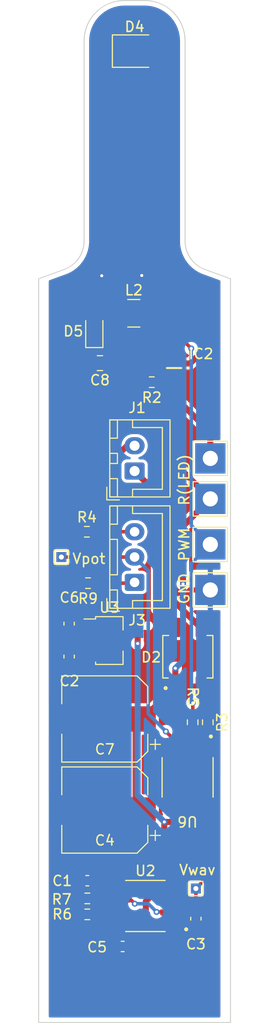
<source format=kicad_pcb>
(kicad_pcb (version 20221018) (generator pcbnew)
  (layers (0 "F.Cu" signal) (31 "B.Cu" signal) (34 "B.Paste" user) (35 "F.Paste" user) (36 "B.SilkS" user "B.Silkscreen") (37 "F.SilkS" user "F.Silkscreen") (38 "B.Mask" user) (39 "F.Mask" user) (44 "Edge.Cuts" user))
  (net 0 "")
  (net 1 "GND")
  (net 2 "Net-(U2-CONT)")
  (net 3 "VCC")
  (net 4 "Net-(U2-THRES)")
  (net 5 "+5V")
  (net 6 "Net-(J1-Pin_1)")
  (net 7 "Net-(J1-Pin_2)")
  (net 8 "PWM")
  (net 9 "Net-(U2-DISCH)")
  (net 14 "Net-(D5-A)")
  (net 16 "Net-(U6-1OUT)")
  (net 17 "Net-(J3-Pin_3)")
  (net 18 "Net-(J3-Pin_2)")
  (net 19 "Net-(J3-Pin_1)")
  (net 20 "Net-(D4-K)")
  (net 21 "Net-(D4-A)")
  (footprint "Capacitor_SMD:C_0603_1608Metric" (layer "F.Cu") (at 98.8204 142.482099 180)
    (fp_text reference "C5" (at 2.5348 -0.0676 unlocked) (layer "F.SilkS") (effects (font (thickness 0.16))))
    (fp_text value "100n")
    (fp_line (start -0.14058 -0.51) (end 0.14058 -0.51) (stroke (width 0.12)) (layer "F.SilkS"))
    (fp_line (start -0.14058 0.51) (end 0.14058 0.51) (stroke (width 0.12)) (layer "F.SilkS"))
    (pad "1" smd roundrect (at -0.775 0 180) (size 0.9 0.95) (layers "F.Cu" "F.Paste" "F.Mask") (net 5 "+5V"))
    (pad "2" smd roundrect (at 0.775 0 180) (size 0.9 0.95) (layers "F.Cu" "F.Paste" "F.Mask") (net 1 "GND"))
  )
  (footprint "TestPoint:TestPoint_THTPad_3.0x3.0mm_Drill1.5mm" (layer "F.Cu") (at 107.5 94.25)
    (fp_text reference "TP5" hide)
    (fp_text value "TestPoint")
    (fp_line (start -1.7 -1.7) (end 1.7 -1.7) (stroke (width 0.12)) (layer "F.SilkS"))
    (fp_line (start -1.7 1.7) (end -1.7 -1.7) (stroke (width 0.12)) (layer "F.SilkS"))
    (fp_line (start 1.7 -1.7) (end 1.7 1.7) (stroke (width 0.12)) (layer "F.SilkS"))
    (fp_line (start 1.7 1.7) (end -1.7 1.7) (stroke (width 0.12)) (layer "F.SilkS"))
    (pad "1" thru_hole rect (at 0 0) (size 3 3) (drill 1.5) (layers "*.Cu" "*.Mask") (net 21 "Net-(D4-A)"))
  )
  (footprint "Resistor_SMD:R_0603_1608Metric" (layer "F.Cu") (at 107.25 120.325 -90)
    (fp_text reference "R3" (at 0 -1.43 90) (layer "F.SilkS"))
    (fp_text value "1k")
    (fp_line (start -0.237258 -0.5225) (end 0.237258 -0.5225) (stroke (width 0.12)) (layer "F.SilkS"))
    (fp_line (start -0.237258 0.5225) (end 0.237258 0.5225) (stroke (width 0.12)) (layer "F.SilkS"))
    (pad "1" smd roundrect (at -0.825 0 270) (size 0.8 0.95) (layers "F.Cu" "F.Paste" "F.Mask") (net 8 "PWM"))
    (pad "2" smd roundrect (at 0.825 0 270) (size 0.8 0.95) (layers "F.Cu" "F.Paste" "F.Mask") (net 16 "Net-(U6-1OUT)"))
  )
  (footprint "TestPoint:TestPoint_THTPad_3.0x3.0mm_Drill1.5mm" (layer "F.Cu") (at 107.5 102.75)
    (fp_text reference "TP3" hide)
    (fp_text value "TestPoint")
    (fp_line (start -1.7 -1.7) (end 1.7 -1.7) (stroke (width 0.12)) (layer "F.SilkS"))
    (fp_line (start -1.7 1.7) (end -1.7 -1.7) (stroke (width 0.12)) (layer "F.SilkS"))
    (fp_line (start 1.7 -1.7) (end 1.7 1.7) (stroke (width 0.12)) (layer "F.SilkS"))
    (fp_line (start 1.7 1.7) (end -1.7 1.7) (stroke (width 0.12)) (layer "F.SilkS"))
    (pad "1" thru_hole rect (at 0 0) (size 3 3) (drill 1.5) (layers "*.Cu" "*.Mask") (net 8 "PWM"))
  )
  (footprint "Resistor_SMD:R_0603_1608Metric" (layer "F.Cu") (at 95.2764 101.4984)
    (fp_text reference "R4" (at 0 -1.43 unlocked) (layer "F.SilkS") (effects (font (thickness 0.16))))
    (fp_text value "22k")
    (fp_line (start -0.237258 -0.5225) (end 0.237258 -0.5225) (stroke (width 0.12)) (layer "F.SilkS"))
    (fp_line (start -0.237258 0.5225) (end 0.237258 0.5225) (stroke (width 0.12)) (layer "F.SilkS"))
    (pad "1" smd roundrect (at -0.825 0) (size 0.8 0.95) (layers "F.Cu" "F.Paste" "F.Mask") (net 5 "+5V"))
    (pad "2" smd roundrect (at 0.825 0) (size 0.8 0.95) (layers "F.Cu" "F.Paste" "F.Mask") (net 17 "Net-(J3-Pin_3)"))
  )
  (footprint "Resistor_SMD:R_0603_1608Metric" (layer "F.Cu") (at 95.3204 137.732099)
    (fp_text reference "R7" (at -2.54 0.0932 unlocked) (layer "F.SilkS") (effects (font (thickness 0.16))))
    (fp_text value "20k")
    (fp_line (start -0.237258 -0.5225) (end 0.237258 -0.5225) (stroke (width 0.12)) (layer "F.SilkS"))
    (fp_line (start -0.237258 0.5225) (end 0.237258 0.5225) (stroke (width 0.12)) (layer "F.SilkS"))
    (pad "1" smd roundrect (at -0.825 0) (size 0.8 0.95) (layers "F.Cu" "F.Paste" "F.Mask") (net 9 "Net-(U2-DISCH)"))
    (pad "2" smd roundrect (at 0.825 0) (size 0.8 0.95) (layers "F.Cu" "F.Paste" "F.Mask") (net 4 "Net-(U2-THRES)"))
  )
  (footprint "Connector_JST:JST_XH_B2B-XH-A_1x02_P2.50mm_Vertical" (layer "F.Cu") (at 100 95.5 90)
    (fp_text reference "J1" (at 6.25 0.25 unlocked) (layer "F.SilkS") (effects (font (thickness 0.16))))
    (fp_text value "Conn_01x02_Socket")
    (fp_line (start -2.85 -2.75) (end -2.85 -1.5) (stroke (width 0.12)) (layer "F.SilkS"))
    (fp_line (start -2.56 -2.46) (end -2.56 3.51) (stroke (width 0.12)) (layer "F.SilkS"))
    (fp_line (start -2.56 3.51) (end 5.06 3.51) (stroke (width 0.12)) (layer "F.SilkS"))
    (fp_line (start -2.55 -2.45) (end -2.55 -1.7) (stroke (width 0.12)) (layer "F.SilkS"))
    (fp_line (start -2.55 -1.7) (end -0.75 -1.7) (stroke (width 0.12)) (layer "F.SilkS"))
    (fp_line (start -2.55 -0.2) (end -1.8 -0.2) (stroke (width 0.12)) (layer "F.SilkS"))
    (fp_line (start -1.8 -0.2) (end -1.8 2.75) (stroke (width 0.12)) (layer "F.SilkS"))
    (fp_line (start -1.8 2.75) (end 1.25 2.75) (stroke (width 0.12)) (layer "F.SilkS"))
    (fp_line (start -1.6 -2.75) (end -2.85 -2.75) (stroke (width 0.12)) (layer "F.SilkS"))
    (fp_line (start -0.75 -2.45) (end -2.55 -2.45) (stroke (width 0.12)) (layer "F.SilkS"))
    (fp_line (start -0.75 -1.7) (end -0.75 -2.45) (stroke (width 0.12)) (layer "F.SilkS"))
    (fp_line (start 0.75 -2.45) (end 0.75 -1.7) (stroke (width 0.12)) (layer "F.SilkS"))
    (fp_line (start 0.75 -1.7) (end 1.75 -1.7) (stroke (width 0.12)) (layer "F.SilkS"))
    (fp_line (start 1.75 -2.45) (end 0.75 -2.45) (stroke (width 0.12)) (layer "F.SilkS"))
    (fp_line (start 1.75 -1.7) (end 1.75 -2.45) (stroke (width 0.12)) (layer "F.SilkS"))
    (fp_line (start 3.25 -2.45) (end 3.25 -1.7) (stroke (width 0.12)) (layer "F.SilkS"))
    (fp_line (start 3.25 -1.7) (end 5.05 -1.7) (stroke (width 0.12)) (layer "F.SilkS"))
    (fp_line (start 4.3 -0.2) (end 4.3 2.75) (stroke (width 0.12)) (layer "F.SilkS"))
    (fp_line (start 4.3 2.75) (end 1.25 2.75) (stroke (width 0.12)) (layer "F.SilkS"))
    (fp_line (start 5.05 -2.45) (end 3.25 -2.45) (stroke (width 0.12)) (layer "F.SilkS"))
    (fp_line (start 5.05 -1.7) (end 5.05 -2.45) (stroke (width 0.12)) (layer "F.SilkS"))
    (fp_line (start 5.05 -0.2) (end 4.3 -0.2) (stroke (width 0.12)) (layer "F.SilkS"))
    (fp_line (start 5.06 -2.46) (end -2.56 -2.46) (stroke (width 0.12)) (layer "F.SilkS"))
    (fp_line (start 5.06 3.51) (end 5.06 -2.46) (stroke (width 0.12)) (layer "F.SilkS"))
    (pad "1" thru_hole roundrect (at 0 0 90) (size 1.7 2) (drill 1) (layers "*.Cu" "*.Mask") (roundrect_rratio 0.147059) (net 6 "Net-(J1-Pin_1)"))
    (pad "2" thru_hole oval (at 2.5 0 90) (size 1.7 2) (drill 1) (layers "*.Cu" "*.Mask") (net 7 "Net-(J1-Pin_2)"))
  )
  (footprint "Diode_SMD:D_SOD-323" (layer "F.Cu") (at 96.012 81.6864 90)
    (fp_text reference "D5" (at 0 -2.0828 unlocked) (layer "F.SilkS") (effects (font (thickness 0.16))))
    (fp_text value "D")
    (fp_line (start -1.61 -0.85) (end -1.61 0.85) (stroke (width 0.12)) (layer "F.SilkS"))
    (fp_line (start -1.61 -0.85) (end 1.05 -0.85) (stroke (width 0.12)) (layer "F.SilkS"))
    (fp_line (start -1.61 0.85) (end 1.05 0.85) (stroke (width 0.12)) (layer "F.SilkS"))
    (pad "1" smd roundrect (at -1.05 0 90) (size 0.6 0.45) (layers "F.Cu" "F.Paste" "F.Mask") (net 3 "VCC"))
    (pad "2" smd roundrect (at 1.05 0 90) (size 0.6 0.45) (layers "F.Cu" "F.Paste" "F.Mask") (net 14 "Net-(D5-A)"))
  )
  (footprint "KiCad:SOP65P490X110-9N" (layer "F.Cu") (at 101.7016 83.7692 180)
    (fp_text reference "IC2" (at -4.8768 -0.1524 unlocked) (layer "F.SilkS") (effects (font (thickness 0.16))))
    (fp_text value "AL8860QMP-13" hide)
    (fp_line (start -2.925 -1.55) (end -1.5 -1.55) (stroke (width 0.2)) (layer "F.SilkS"))
    (pad "1" smd rect (at -2.212 -0.975 270) (size 0.45 1.425) (layers "F.Cu" "F.Paste" "F.Mask") (net 21 "Net-(D4-A)"))
    (pad "2" smd rect (at -2.212 -0.325 270) (size 0.45 1.425) (layers "F.Cu" "F.Paste" "F.Mask") (net 1 "GND"))
    (pad "3" smd rect (at -2.212 0.325 270) (size 0.45 1.425) (layers "F.Cu" "F.Paste" "F.Mask") (net 1 "GND"))
    (pad "4" smd rect (at -2.212 0.975 270) (size 0.45 1.425) (layers "F.Cu" "F.Paste" "F.Mask") (net 8 "PWM"))
    (pad "5" smd rect (at 2.212 0.975 270) (size 0.45 1.425) (layers "F.Cu" "F.Paste" "F.Mask") (net 14 "Net-(D5-A)"))
    (pad "6" smd rect (at 2.212 0.325 270) (size 0.45 1.425) (layers "F.Cu" "F.Paste" "F.Mask") (net 14 "Net-(D5-A)"))
    (pad "7" smd rect (at 2.212 -0.325 270) (size 0.45 1.425) (layers "F.Cu" "F.Paste" "F.Mask"))
    (pad "8" smd rect (at 2.212 -0.975 270) (size 0.45 1.425) (layers "F.Cu" "F.Paste" "F.Mask") (net 3 "VCC"))
    (pad "9" smd rect (at 0 0 180) (size 1.7 2) (layers "F.Cu" "F.Paste" "F.Mask") (net 1 "GND"))
  )
  (footprint "Capacitor_SMD:C_0603_1608Metric" (layer "F.Cu") (at 93.5182 110.5814 -90)
    (fp_text reference "C6" (at -2.5814 -0.0318 unlocked) (layer "F.SilkS") (effects (font (thickness 0.16))))
    (fp_text value "100n")
    (fp_line (start -0.14058 -0.51) (end 0.14058 -0.51) (stroke (width 0.12)) (layer "F.SilkS"))
    (fp_line (start -0.14058 0.51) (end 0.14058 0.51) (stroke (width 0.12)) (layer "F.SilkS"))
    (pad "1" smd roundrect (at -0.775 0 270) (size 0.9 0.95) (layers "F.Cu" "F.Paste" "F.Mask") (net 5 "+5V"))
    (pad "2" smd roundrect (at 0.775 0 270) (size 0.9 0.95) (layers "F.Cu" "F.Paste" "F.Mask") (net 1 "GND"))
  )
  (footprint "Resistor_SMD:R_0603_1608Metric" (layer "F.Cu") (at 105.75 120.325 90)
    (fp_text reference "R5" (at 2.5266 0.0146 -90 unlocked) (layer "F.SilkS") (effects (font (thickness 0.16))))
    (fp_text value "10k")
    (fp_line (start -0.237258 -0.5225) (end 0.237258 -0.5225) (stroke (width 0.12)) (layer "F.SilkS"))
    (fp_line (start -0.237258 0.5225) (end 0.237258 0.5225) (stroke (width 0.12)) (layer "F.SilkS"))
    (pad "1" smd roundrect (at -0.825 0 90) (size 0.8 0.95) (layers "F.Cu" "F.Paste" "F.Mask") (net 1 "GND"))
    (pad "2" smd roundrect (at 0.825 0 90) (size 0.8 0.95) (layers "F.Cu" "F.Paste" "F.Mask") (net 8 "PWM"))
  )
  (footprint "Capacitor_SMD:C_0603_1608Metric" (layer "F.Cu") (at 93.5182 113.8314 90)
    (fp_text reference "C2" (at -2.4186 0.0318 unlocked) (layer "F.SilkS") (effects (font (thickness 0.16))))
    (fp_text value "470n")
    (fp_line (start -0.14058 -0.51) (end 0.14058 -0.51) (stroke (width 0.12)) (layer "F.SilkS"))
    (fp_line (start -0.14058 0.51) (end 0.14058 0.51) (stroke (width 0.12)) (layer "F.SilkS"))
    (pad "1" smd roundrect (at -0.775 0 90) (size 0.9 0.95) (layers "F.Cu" "F.Paste" "F.Mask") (net 3 "VCC"))
    (pad "2" smd roundrect (at 0.775 0 90) (size 0.9 0.95) (layers "F.Cu" "F.Paste" "F.Mask") (net 1 "GND"))
  )
  (footprint "Resistor_SMD:R_0603_1608Metric" (layer "F.Cu") (at 95.3902 106.5784 180)
    (fp_text reference "R9" (at 0 -1.524 unlocked) (layer "F.SilkS") (effects (font (thickness 0.16))))
    (fp_text value "22k")
    (fp_line (start -0.237258 -0.5225) (end 0.237258 -0.5225) (stroke (width 0.12)) (layer "F.SilkS"))
    (fp_line (start -0.237258 0.5225) (end 0.237258 0.5225) (stroke (width 0.12)) (layer "F.SilkS"))
    (pad "1" smd roundrect (at -0.825 0 180) (size 0.8 0.95) (layers "F.Cu" "F.Paste" "F.Mask") (net 19 "Net-(J3-Pin_1)"))
    (pad "2" smd roundrect (at 0.825 0 180) (size 0.8 0.95) (layers "F.Cu" "F.Paste" "F.Mask") (net 1 "GND"))
  )
  (footprint "LM358DR:SOIC127P599X175-8N" (layer "F.Cu") (at 105.25 125.77 -90)
    (fp_text reference "U6" (at 4.358 0.0106 -180 unlocked) (layer "F.SilkS") (effects (font (thickness 0.16))))
    (fp_text value "LM358DR")
    (fp_line (start -1.95 -2.525) (end 1.95 -2.525) (stroke (width 0.127)) (layer "F.SilkS"))
    (fp_line (start -1.95 2.525) (end 1.95 2.525) (stroke (width 0.127)) (layer "F.SilkS"))
    (fp_circle (center -4.04 -2.305) (end -3.94 -2.305) (stroke (width 0.2)) (fill none) (layer "F.SilkS"))
    (pad "1" smd roundrect (at -2.47 -1.905 270) (size 1.97 0.6) (layers "F.Cu" "F.Paste" "F.Mask") (roundrect_rratio 0.07) (net 16 "Net-(U6-1OUT)"))
    (pad "2" smd roundrect (at -2.47 -0.635 270) (size 1.97 0.6) (layers "F.Cu" "F.Paste" "F.Mask") (roundrect_rratio 0.07) (net 4 "Net-(U2-THRES)"))
    (pad "3" smd roundrect (at -2.47 0.635 270) (size 1.97 0.6) (layers "F.Cu" "F.Paste" "F.Mask") (roundrect_rratio 0.07) (net 18 "Net-(J3-Pin_2)"))
    (pad "4" smd roundrect (at -2.47 1.905 270) (size 1.97 0.6) (layers "F.Cu" "F.Paste" "F.Mask") (roundrect_rratio 0.07) (net 1 "GND"))
    (pad "5" smd roundrect (at 2.47 1.905 270) (size 1.97 0.6) (layers "F.Cu" "F.Paste" "F.Mask") (roundrect_rratio 0.07))
    (pad "6" smd roundrect (at 2.47 0.635 270) (size 1.97 0.6) (layers "F.Cu" "F.Paste" "F.Mask") (roundrect_rratio 0.07))
    (pad "7" smd roundrect (at 2.47 -0.635 270) (size 1.97 0.6) (layers "F.Cu" "F.Paste" "F.Mask") (roundrect_rratio 0.07))
    (pad "8" smd roundrect (at 2.47 -1.905 270) (size 1.97 0.6) (layers "F.Cu" "F.Paste" "F.Mask") (roundrect_rratio 0.07) (net 5 "+5V"))
  )
  (footprint "Resistor_SMD:R_0603_1608Metric" (layer "F.Cu") (at 95.3204 139.310499)
    (fp_text reference "R6" (at -2.4892 -0.012 unlocked) (layer "F.SilkS") (effects (font (thickness 0.16))))
    (fp_text value "20k")
    (fp_line (start -0.237258 -0.5225) (end 0.237258 -0.5225) (stroke (width 0.12)) (layer "F.SilkS"))
    (fp_line (start -0.237258 0.5225) (end 0.237258 0.5225) (stroke (width 0.12)) (layer "F.SilkS"))
    (pad "1" smd roundrect (at -0.825 0) (size 0.8 0.95) (layers "F.Cu" "F.Paste" "F.Mask") (net 5 "+5V"))
    (pad "2" smd roundrect (at 0.825 0) (size 0.8 0.95) (layers "F.Cu" "F.Paste" "F.Mask") (net 9 "Net-(U2-DISCH)"))
  )
  (footprint "NE555DR:SOIC127P599X175-8N" (layer "F.Cu") (at 101.0704 138.482099 180)
    (fp_text reference "U2" (at 0 3.475 unlocked) (layer "F.SilkS") (effects (font (thickness 0.16))))
    (fp_text value "NE555DR")
    (fp_line (start -1.95 -2.525) (end 1.95 -2.525) (stroke (width 0.127)) (layer "F.SilkS"))
    (fp_line (start -1.95 2.525) (end 1.95 2.525) (stroke (width 0.127)) (layer "F.SilkS"))
    (fp_circle (center -4.04 -2.305) (end -3.94 -2.305) (stroke (width 0.2)) (fill none) (layer "F.SilkS"))
    (pad "1" smd roundrect (at -2.47 -1.905 180) (size 1.97 0.6) (layers "F.Cu" "F.Paste" "F.Mask") (roundrect_rratio 0.07) (net 1 "GND"))
    (pad "2" smd roundrect (at -2.47 -0.635 180) (size 1.97 0.6) (layers "F.Cu" "F.Paste" "F.Mask") (roundrect_rratio 0.07) (net 4 "Net-(U2-THRES)"))
    (pad "3" smd roundrect (at -2.47 0.635 180) (size 1.97 0.6) (layers "F.Cu" "F.Paste" "F.Mask") (roundrect_rratio 0.07))
    (pad "4" smd roundrect (at -2.47 1.905 180) (size 1.97 0.6) (layers "F.Cu" "F.Paste" "F.Mask") (roundrect_rratio 0.07) (net 5 "+5V"))
    (pad "5" smd roundrect (at 2.47 1.905 180) (size 1.97 0.6) (layers "F.Cu" "F.Paste" "F.Mask") (roundrect_rratio 0.07) (net 2 "Net-(U2-CONT)"))
    (pad "6" smd roundrect (at 2.47 0.635 180) (size 1.97 0.6) (layers "F.Cu" "F.Paste" "F.Mask") (roundrect_rratio 0.07) (net 4 "Net-(U2-THRES)"))
    (pad "7" smd roundrect (at 2.47 -0.635 180) (size 1.97 0.6) (layers "F.Cu" "F.Paste" "F.Mask") (roundrect_rratio 0.07) (net 9 "Net-(U2-DISCH)"))
    (pad "8" smd roundrect (at 2.47 -1.905 180) (size 1.97 0.6) (layers "F.Cu" "F.Paste" "F.Mask") (roundrect_rratio 0.07) (net 5 "+5V"))
  )
  (footprint "TestPoint:TestPoint_THTPad_1.0x1.0mm_Drill0.5mm" (layer "F.Cu") (at 106.0704 136.757099)
    (fp_text reference "TP2" hide)
    (fp_text value "TestPoint_Probe")
    (fp_line (start -0.7 -0.7) (end 0.7 -0.7) (stroke (width 0.12)) (layer "F.SilkS"))
    (fp_line (start -0.7 0.7) (end -0.7 -0.7) (stroke (width 0.12)) (layer "F.SilkS"))
    (fp_line (start 0.7 -0.7) (end 0.7 0.7) (stroke (width 0.12)) (layer "F.SilkS"))
    (fp_line (start 0.7 0.7) (end -0.7 0.7) (stroke (width 0.12)) (layer "F.SilkS"))
    (pad "1" thru_hole rect (at 0 0) (size 1 1) (drill 0.5) (layers "*.Cu" "*.Mask") (net 4 "Net-(U2-THRES)"))
  )
  (footprint "Capacitor_SMD:C_0603_1608Metric" (layer "F.Cu") (at 95.3204 135.982099)
    (fp_text reference "C1" (at -2.4892 0.0144 unlocked) (layer "F.SilkS") (effects (font (thickness 0.16))))
    (fp_text value "10n")
    (fp_line (start -0.14058 -0.51) (end 0.14058 -0.51) (stroke (width 0.12)) (layer "F.SilkS"))
    (fp_line (start -0.14058 0.51) (end 0.14058 0.51) (stroke (width 0.12)) (layer "F.SilkS"))
    (pad "1" smd roundrect (at -0.775 0) (size 0.9 0.95) (layers "F.Cu" "F.Paste" "F.Mask") (net 1 "GND"))
    (pad "2" smd roundrect (at 0.775 0) (size 0.9 0.95) (layers "F.Cu" "F.Paste" "F.Mask") (net 2 "Net-(U2-CONT)"))
  )
  (footprint "Capacitor_SMD:C_0603_1608Metric" (layer "F.Cu") (at 106.0704 139.732099 -90)
    (fp_text reference "C3" (at 2.525 0 unlocked) (layer "F.SilkS") (effects (font (thickness 0.16))))
    (fp_text value "100n")
    (fp_line (start -0.14058 -0.51) (end 0.14058 -0.51) (stroke (width 0.12)) (layer "F.SilkS"))
    (fp_line (start -0.14058 0.51) (end 0.14058 0.51) (stroke (width 0.12)) (layer "F.SilkS"))
    (pad "1" smd roundrect (at -0.775 0 270) (size 0.9 0.95) (layers "F.Cu" "F.Paste" "F.Mask") (net 4 "Net-(U2-THRES)"))
    (pad "2" smd roundrect (at 0.775 0 270) (size 0.9 0.95) (layers "F.Cu" "F.Paste" "F.Mask") (net 1 "GND"))
  )
  (footprint "TestPoint:TestPoint_THTPad_3.0x3.0mm_Drill1.5mm" (layer "F.Cu") (at 107.5 107.25)
    (fp_text reference "TP4" hide)
    (fp_text value "TestPoint")
    (fp_line (start -1.7 -1.7) (end 1.7 -1.7) (stroke (width 0.12)) (layer "F.SilkS"))
    (fp_line (start -1.7 1.7) (end -1.7 -1.7) (stroke (width 0.12)) (layer "F.SilkS"))
    (fp_line (start 1.7 -1.7) (end 1.7 1.7) (stroke (width 0.12)) (layer "F.SilkS"))
    (fp_line (start 1.7 1.7) (end -1.7 1.7) (stroke (width 0.12)) (layer "F.SilkS"))
    (pad "1" thru_hole rect (at 0 0) (size 3 3) (drill 1.5) (layers "*.Cu" "*.Mask") (net 1 "GND"))
  )
  (footprint "TestPoint:TestPoint_THTPad_1.0x1.0mm_Drill0.5mm" (layer "F.Cu") (at 92.75 104)
    (fp_text reference "TP1" hide)
    (fp_text value "TestPoint_Probe")
    (fp_line (start -0.7 -0.7) (end 0.7 -0.7) (stroke (width 0.12)) (layer "F.SilkS"))
    (fp_line (start -0.7 0.7) (end -0.7 -0.7) (stroke (width 0.12)) (layer "F.SilkS"))
    (fp_line (start 0.7 -0.7) (end 0.7 0.7) (stroke (width 0.12)) (layer "F.SilkS"))
    (fp_line (start 0.7 0.7) (end -0.7 0.7) (stroke (width 0.12)) (layer "F.SilkS"))
    (pad "1" thru_hole rect (at 0 0) (size 1 1) (drill 0.5) (layers "*.Cu" "*.Mask") (net 18 "Net-(J3-Pin_2)"))
  )
  (footprint "LED_SMD:LED_PLCC_2835" (layer "F.Cu") (at 100 54)
    (fp_text reference "D4" (at 0 -2.4 unlocked) (layer "F.SilkS") (effects (font (thickness 0.16))))
    (fp_text value "LED")
    (fp_line (start -2.2 -1.6) (end -2.2 1.6) (stroke (width 0.12)) (layer "F.SilkS"))
    (fp_line (start 1.4 -1.6) (end -2.2 -1.6) (stroke (width 0.12)) (layer "F.SilkS"))
    (fp_line (start 1.4 1.6) (end -2.2 1.6) (stroke (width 0.12)) (layer "F.SilkS"))
    (pad "1" smd rect (at -0.9 0) (size 2.2 2.2) (layers "F.Cu" "F.Paste" "F.Mask") (net 20 "Net-(D4-K)"))
    (pad "2" smd rect (at 1.375 0) (size 1.25 2.2) (layers "F.Cu" "F.Paste" "F.Mask") (net 21 "Net-(D4-A)"))
  )
  (footprint "Capacitor_SMD:CP_Elec_8x6.5" (layer "F.Cu") (at 97.05 129 180)
    (fp_text reference "C4" (at 0 -3) (layer "F.SilkS"))
    (fp_text value "220u")
    (fp_line (start -5.5 -2.51) (end -4.5 -2.51) (stroke (width 0.12)) (layer "F.SilkS"))
    (fp_line (start -5 -3.01) (end -5 -2.01) (stroke (width 0.12)) (layer "F.SilkS"))
    (fp_line (start -4.26 -3.195563) (end -4.26 -1.51) (stroke (width 0.12)) (layer "F.SilkS"))
    (fp_line (start -4.26 -3.195563) (end -3.195563 -4.26) (stroke (width 0.12)) (layer "F.SilkS"))
    (fp_line (start -4.26 3.195563) (end -4.26 1.51) (stroke (width 0.12)) (layer "F.SilkS"))
    (fp_line (start -4.26 3.195563) (end -3.195563 4.26) (stroke (width 0.12)) (layer "F.SilkS"))
    (fp_line (start -3.195563 -4.26) (end 4.26 -4.26) (stroke (width 0.12)) (layer "F.SilkS"))
    (fp_line (start -3.195563 4.26) (end 4.26 4.26) (stroke (width 0.12)) (layer "F.SilkS"))
    (fp_line (start 4.26 -4.26) (end 4.26 -1.51) (stroke (width 0.12)) (layer "F.SilkS"))
    (fp_line (start 4.26 4.26) (end 4.26 1.51) (stroke (width 0.12)) (layer "F.SilkS"))
    (pad "1" smd roundrect (at -3.05 0 180) (size 4 2.5) (layers "F.Cu" "F.Paste" "F.Mask") (roundrect_rratio 0.1) (net 3 "VCC"))
    (pad "2" smd roundrect (at 3.05 0 180) (size 4 2.5) (layers "F.Cu" "F.Paste" "F.Mask") (roundrect_rratio 0.1) (net 1 "GND"))
  )
  (footprint "Connector_JST:JST_XH_B3B-XH-A_1x03_P2.50mm_Vertical" (layer "F.Cu") (at 100 106.5 90)
    (fp_text reference "J3" (at -3.75 0.25 unlocked) (layer "F.SilkS") (effects (font (thickness 0.16))))
    (fp_text value "Conn_01x03_Socket")
    (fp_line (start -2.85 -2.75) (end -2.85 -1.5) (stroke (width 0.12)) (layer "F.SilkS"))
    (fp_line (start -2.56 -2.46) (end -2.56 3.51) (stroke (width 0.12)) (layer "F.SilkS"))
    (fp_line (start -2.56 3.51) (end 7.56 3.51) (stroke (width 0.12)) (layer "F.SilkS"))
    (fp_line (start -2.55 -2.45) (end -2.55 -1.7) (stroke (width 0.12)) (layer "F.SilkS"))
    (fp_line (start -2.55 -1.7) (end -0.75 -1.7) (stroke (width 0.12)) (layer "F.SilkS"))
    (fp_line (start -2.55 -0.2) (end -1.8 -0.2) (stroke (width 0.12)) (layer "F.SilkS"))
    (fp_line (start -1.8 -0.2) (end -1.8 2.75) (stroke (width 0.12)) (layer "F.SilkS"))
    (fp_line (start -1.8 2.75) (end 2.5 2.75) (stroke (width 0.12)) (layer "F.SilkS"))
    (fp_line (start -1.6 -2.75) (end -2.85 -2.75) (stroke (width 0.12)) (layer "F.SilkS"))
    (fp_line (start -0.75 -2.45) (end -2.55 -2.45) (stroke (width 0.12)) (layer "F.SilkS"))
    (fp_line (start -0.75 -1.7) (end -0.75 -2.45) (stroke (width 0.12)) (layer "F.SilkS"))
    (fp_line (start 0.75 -2.45) (end 0.75 -1.7) (stroke (width 0.12)) (layer "F.SilkS"))
    (fp_line (start 0.75 -1.7) (end 4.25 -1.7) (stroke (width 0.12)) (layer "F.SilkS"))
    (fp_line (start 4.25 -2.45) (end 0.75 -2.45) (stroke (width 0.12)) (layer "F.SilkS"))
    (fp_line (start 4.25 -1.7) (end 4.25 -2.45) (stroke (width 0.12)) (layer "F.SilkS"))
    (fp_line (start 5.75 -2.45) (end 5.75 -1.7) (stroke (width 0.12)) (layer "F.SilkS"))
    (fp_line (start 5.75 -1.7) (end 7.55 -1.7) (stroke (width 0.12)) (layer "F.SilkS"))
    (fp_line (start 6.8 -0.2) (end 6.8 2.75) (stroke (width 0.12)) (layer "F.SilkS"))
    (fp_line (start 6.8 2.75) (end 2.5 2.75) (stroke (width 0.12)) (layer "F.SilkS"))
    (fp_line (start 7.55 -2.45) (end 5.75 -2.45) (stroke (width 0.12)) (layer "F.SilkS"))
    (fp_line (start 7.55 -1.7) (end 7.55 -2.45) (stroke (width 0.12)) (layer "F.SilkS"))
    (fp_line (start 7.55 -0.2) (end 6.8 -0.2) (stroke (width 0.12)) (layer "F.SilkS"))
    (fp_line (start 7.56 -2.46) (end -2.56 -2.46) (stroke (width 0.12)) (layer "F.SilkS"))
    (fp_line (start 7.56 3.51) (end 7.56 -2.46) (stroke (width 0.12)) (layer "F.SilkS"))
    (pad "1" thru_hole roundrect (at 0 0 90) (size 1.7 1.95) (drill 0.95) (layers "*.Cu" "*.Mask") (roundrect_rratio 0.147059) (net 19 "Net-(J3-Pin_1)"))
    (pad "2" thru_hole oval (at 2.5 0 90) (size 1.7 1.95) (drill 0.95) (layers "*.Cu" "*.Mask") (net 18 "Net-(J3-Pin_2)"))
    (pad "3" thru_hole oval (at 5 0 90) (size 1.7 1.95) (drill 0.95) (layers "*.Cu" "*.Mask") (net 17 "Net-(J3-Pin_3)"))
  )
  (footprint "Resistor_SMD:R_0603_1608Metric" (layer "F.Cu") (at 101.7016 86.7156)
    (fp_text reference "R2" (at 0 1.524 unlocked) (layer "F.SilkS") (effects (font (thickness 0.16))))
    (fp_text value "1.2")
    (fp_line (start -0.237258 -0.5225) (end 0.237258 -0.5225) (stroke (width 0.12)) (layer "F.SilkS"))
    (fp_line (start -0.237258 0.5225) (end 0.237258 0.5225) (stroke (width 0.12)) (layer "F.SilkS"))
    (pad "1" smd roundrect (at -0.825 0) (size 0.8 0.95) (layers "F.Cu" "F.Paste" "F.Mask") (net 3 "VCC"))
    (pad "2" smd roundrect (at 0.825 0) (size 0.8 0.95) (layers "F.Cu" "F.Paste" "F.Mask") (net 21 "Net-(D4-A)"))
  )
  (footprint "Capacitor_SMD:CP_Elec_8x6.5" (layer "F.Cu") (at 97.05 120 180)
    (fp_text reference "C7" (at 0 -3) (layer "F.SilkS"))
    (fp_text value "220u")
    (fp_line (start -5.5 -2.51) (end -4.5 -2.51) (stroke (width 0.12)) (layer "F.SilkS"))
    (fp_line (start -5 -3.01) (end -5 -2.01) (stroke (width 0.12)) (layer "F.SilkS"))
    (fp_line (start -4.26 -3.195563) (end -4.26 -1.51) (stroke (width 0.12)) (layer "F.SilkS"))
    (fp_line (start -4.26 -3.195563) (end -3.195563 -4.26) (stroke (width 0.12)) (layer "F.SilkS"))
    (fp_line (start -4.26 3.195563) (end -4.26 1.51) (stroke (width 0.12)) (layer "F.SilkS"))
    (fp_line (start -4.26 3.195563) (end -3.195563 4.26) (stroke (width 0.12)) (layer "F.SilkS"))
    (fp_line (start -3.195563 -4.26) (end 4.26 -4.26) (stroke (width 0.12)) (layer "F.SilkS"))
    (fp_line (start -3.195563 4.26) (end 4.26 4.26) (stroke (width 0.12)) (layer "F.SilkS"))
    (fp_line (start 4.26 -4.26) (end 4.26 -1.51) (stroke (width 0.12)) (layer "F.SilkS"))
    (fp_line (start 4.26 4.26) (end 4.26 1.51) (stroke (width 0.12)) (layer "F.SilkS"))
    (pad "1" smd roundrect (at -3.05 0 180) (size 4 2.5) (layers "F.Cu" "F.Paste" "F.Mask") (roundrect_rratio 0.1) (net 3 "VCC"))
    (pad "2" smd roundrect (at 3.05 0 180) (size 4 2.5) (layers "F.Cu" "F.Paste" "F.Mask") (roundrect_rratio 0.1) (net 1 "GND"))
  )
  (footprint "TestPoint:TestPoint_THTPad_3.0x3.0mm_Drill1.5mm" (layer "F.Cu") (at 107.5 98.25)
    (fp_text reference "TP6" hide)
    (fp_text value "TestPoint")
    (fp_line (start -1.7 -1.7) (end 1.7 -1.7) (stroke (width 0.12)) (layer "F.SilkS"))
    (fp_line (start -1.7 1.7) (end -1.7 -1.7) (stroke (width 0.12)) (layer "F.SilkS"))
    (fp_line (start 1.7 -1.7) (end 1.7 1.7) (stroke (width 0.12)) (layer "F.SilkS"))
    (fp_line (start 1.7 1.7) (end -1.7 1.7) (stroke (width 0.12)) (layer "F.SilkS"))
    (pad "1" thru_hole rect (at 0 0) (size 3 3) (drill 1.5) (layers "*.Cu" "*.Mask") (net 3 "VCC"))
  )
  (footprint "Capacitor_SMD:C_0805_2012Metric" (layer "F.Cu") (at 96.5708 84.836 180)
    (fp_text reference "C8" (at 0 -1.68 unlocked) (layer "F.SilkS") (effects (font (thickness 0.16))))
    (fp_text value "22u")
    (fp_line (start -0.261252 -0.735) (end 0.261252 -0.735) (stroke (width 0.12)) (layer "F.SilkS"))
    (fp_line (start -0.261252 0.735) (end 0.261252 0.735) (stroke (width 0.12)) (layer "F.SilkS"))
    (pad "1" smd roundrect (at -0.95 0 180) (size 1 1.45) (layers "F.Cu" "F.Paste" "F.Mask") (net 3 "VCC"))
    (pad "2" smd roundrect (at 0.95 0 180) (size 1 1.45) (layers "F.Cu" "F.Paste" "F.Mask") (net 1 "GND"))
  )
  (footprint "MB10S:SOIC245P670X290-4N" (layer "F.Cu") (at 105.275 113.85 90)
    (fp_text reference "D2" (at -0.05 -3.634 unlocked) (layer "F.SilkS") (effects (font (thickness 0.16))))
    (fp_text value "MB10S")
    (fp_line (start -2.1 -2.48) (end 2.1 -2.48) (stroke (width 0.127)) (layer "F.SilkS"))
    (fp_line (start -2.1 -1.95) (end -2.1 -2.48) (stroke (width 0.127)) (layer "F.SilkS"))
    (fp_line (start -2.1 1.9) (end -2.1 2.48) (stroke (width 0.127)) (layer "F.SilkS"))
    (fp_line (start -2.1 2.48) (end 2.1 2.48) (stroke (width 0.127)) (layer "F.SilkS"))
    (fp_line (start 2.1 -2.48) (end 2.1 -1.9) (stroke (width 0.127)) (layer "F.SilkS"))
    (fp_line (start 2.1 2.48) (end 2.1 1.9) (stroke (width 0.127)) (layer "F.SilkS"))
    (fp_circle (center -3.1 -2.2) (end -3 -2.2) (stroke (width 0.2)) (fill none) (layer "F.SilkS"))
    (pad "1" smd roundrect (at -2.9 -1.225 90) (size 1.91 0.91) (layers "F.Cu" "F.Paste" "F.Mask") (roundrect_rratio 0.1) (net 3 "VCC"))
    (pad "2" smd roundrect (at -2.9 1.225 90) (size 1.91 0.91) (layers "F.Cu" "F.Paste" "F.Mask") (roundrect_rratio 0.1) (net 1 "GND"))
    (pad "3" smd roundrect (at 2.9 1.225 90) (size 1.91 0.91) (layers "F.Cu" "F.Paste" "F.Mask") (roundrect_rratio 0.1) (net 6 "Net-(J1-Pin_1)"))
    (pad "4" smd roundrect (at 2.9 -1.225 90) (size 1.91 0.91) (layers "F.Cu" "F.Paste" "F.Mask") (roundrect_rratio 0.1) (net 7 "Net-(J1-Pin_2)"))
  )
  (footprint "Inductor_SMD:L_1210_3225Metric" (layer "F.Cu") (at 99.9236 79.9084)
    (fp_text reference "L2" (at 0 -2.28 unlocked) (layer "F.SilkS") (effects (font (thickness 0.16))))
    (fp_text value "47u")
    (fp_line (start -0.602064 -1.36) (end 0.602064 -1.36) (stroke (width 0.12)) (layer "F.SilkS"))
    (fp_line (start -0.602064 1.36) (end 0.602064 1.36) (stroke (width 0.12)) (layer "F.SilkS"))
    (pad "1" smd roundrect (at -1.4 0) (size 1.25 2.65) (layers "F.Cu" "F.Paste" "F.Mask") (roundrect_rratio 0.2) (net 20 "Net-(D4-K)"))
    (pad "2" smd roundrect (at 1.4 0) (size 1.25 2.65) (layers "F.Cu" "F.Paste" "F.Mask") (roundrect_rratio 0.2) (net 14 "Net-(D5-A)"))
  )
  (footprint "Package_TO_SOT_SMD:SOT-89-3" (layer "F.Cu") (at 97.5 112.25)
    (fp_text reference "U3" (at 0.0178 -3.2642 unlocked) (layer "F.SilkS") (effects (font (thickness 0.16))))
    (fp_text value "L78L05_SOT89")
    (fp_line (start -2.5 -2.13) (end -1.36 -2.13) (stroke (width 0.12)) (layer "F.SilkS"))
    (fp_line (start -1.36 -2.36) (end -1.36 -2.13) (stroke (width 0.12)) (layer "F.SilkS"))
    (fp_line (start -1.36 -2.36) (end 1.36 -2.36) (stroke (width 0.12)) (layer "F.SilkS"))
    (fp_line (start -1.36 2.36) (end -1.36 2.13) (stroke (width 0.12)) (layer "F.SilkS"))
    (fp_line (start 1.36 -2.36) (end 1.36 -1.05) (stroke (width 0.12)) (layer "F.SilkS"))
    (fp_line (start 1.36 1.05) (end 1.36 2.36) (stroke (width 0.12)) (layer "F.SilkS"))
    (fp_line (start 1.36 2.36) (end -1.36 2.36) (stroke (width 0.12)) (layer "F.SilkS"))
    (pad "1" smd rect (at -1.95 -1.5) (size 1.3 0.9) (layers "F.Cu" "F.Paste" "F.Mask") (net 5 "+5V"))
    (pad "2" smd custom (at -1.8625 0) (size 1.475 0.9) (layers "F.Cu" "F.Paste" "F.Mask") (net 1 "GND") (options (clearance outline) (anchor rect)) (primitives (gr_poly (pts (xy 3.8625 0.8665) (xy 0.7375 0.8665) (xy 0.7375 -0.8665) (xy 3.8625 -0.8665)) (width 0) (fill yes))))
    (pad "3" smd rect (at -1.95 1.5) (size 1.3 0.9) (layers "F.Cu" "F.Paste" "F.Mask") (net 3 "VCC"))
  )
  (gr_line (start 90.5 150) (end 90.5 76.5) (stroke (width 0.1)) (layer "Edge.Cuts"))
  (gr_line (start 99 49) (end 101 49) (stroke (width 0.1)) (layer "Edge.Cuts"))
  (gr_line (start 90.5 76.5) (end 93.02606 75.5806) (stroke (width 0.1)) (layer "Edge.Cuts"))
  (gr_arc (start 95 53) (mid 96.171573 50.171573) (end 99 49) (stroke (width 0.1)) (layer "Edge.Cuts"))
  (gr_arc (start 106.97394 75.580578) (mid 105.542544 74.482229) (end 105 72.7615) (stroke (width 0.1)) (layer "Edge.Cuts"))
  (gr_line (start 109.5 150) (end 90.5 150) (stroke (width 0.1)) (layer "Edge.Cuts"))
  (gr_arc (start 95 72.7615) (mid 94.457456 74.482229) (end 93.02606 75.580578) (stroke (width 0.1)) (layer "Edge.Cuts"))
  (gr_line (start 105 72.7615) (end 105 53) (stroke (width 0.1)) (layer "Edge.Cuts"))
  (gr_line (start 109.5 76.5) (end 106.97394 75.5806) (stroke (width 0.1)) (layer "Edge.Cuts"))
  (gr_arc (start 101 49) (mid 103.828427 50.171573) (end 105 53) (stroke (width 0.1)) (layer "Edge.Cuts"))
  (gr_line (start 109.5 150) (end 109.5 76.5) (stroke (width 0.1)) (layer "Edge.Cuts"))
  (gr_line (start 95 72.7615) (end 95 53) (stroke (width 0.1)) (layer "Edge.Cuts"))
  (gr_text "Vpot" (at 93.75 104.75) (layer "F.SilkS") (effects (font (size 1 1) (thickness 0.16)) (justify left bottom)))
  (gr_text "R(LED)" (at 105.5 99 90) (layer "F.SilkS") (effects (font (size 1 1) (thickness 0.16)) (justify left bottom)))
  (gr_text "Vwav" (at 104.3204 135.507099) (layer "F.SilkS") (effects (font (size 1 1) (thickness 0.16)) (justify left bottom)))
  (gr_text "GND" (at 105.5 108.75 90) (layer "F.SilkS") (effects (font (size 1 1) (thickness 0.16)) (justify left bottom)))
  (gr_text "PWM" (at 105.5 104.5 90) (layer "F.SilkS") (effects (font (size 1 1) (thickness 0.16)) (justify left bottom)))
  (via (at 96.7486 76.2) (size 0.6) (drill 0.3) (layers "F.Cu" "B.Cu") (net 1))
  (via (at 100.711 76.1746) (size 0.6) (drill 0.3) (layers "F.Cu" "B.Cu") (net 1))
  (segment (start 100.711 76.1746) (end 96.774 76.1746) (width 0.6) (layer "B.Cu") (net 1))
  (segment (start 96.774 76.1746) (end 96.7486 76.2) (width 0.6) (layer "B.Cu") (net 1))
  (segment (start 98.0054 135.982099) (end 98.6004 136.577099) (width 0.35) (layer "F.Cu") (net 2))
  (segment (start 96.0954 135.982099) (end 98.0054 135.982099) (width 0.35) (layer "F.Cu") (net 2))
  (segment (start 100.203 86.7156) (end 99.4896 86.0022) (width 0.6) (layer "F.Cu") (net 3))
  (segment (start 100.1 120) (end 100.1 129) (width 0.6) (layer "F.Cu") (net 3))
  (segment (start 97.3458 84.836) (end 97.379 84.8692) (width 0.6) (layer "F.Cu") (net 3))
  (segment (start 104.0384 116.7384) (end 104.05 116.75) (width 0.6) (layer "F.Cu") (net 3))
  (segment (start 104.8004 100.9496) (end 104.8004 106.6546) (width 0.6) (layer "F.Cu") (net 3))
  (segment (start 107.5 98.25) (end 104.8004 100.9496) (width 0.6) (layer "F.Cu") (net 3))
  (segment (start 99.4728 84.836) (end 99.4896 84.8192) (width 0.6) (layer "F.Cu") (net 3))
  (segment (start 97.5208 84.836) (end 97.5208 84.2452) (width 0.6) (layer "F.Cu") (net 3))
  (segment (start 104.0384 114.9858) (end 104.0384 116.7384) (width 0.6) (layer "F.Cu") (net 3))
  (segment (start 93.5182 114.6064) (end 94.6936 114.6064) (width 0.6) (layer "F.Cu") (net 3))
  (segment (start 100.1 120) (end 95.55 115.45) (width 0.6) (layer "F.Cu") (net 3))
  (segment (start 97.5208 84.836) (end 99.4728 84.836) (width 0.6) (layer "F.Cu") (net 3))
  (segment (start 100.8 120) (end 104.05 116.75) (width 0.6) (layer "F.Cu") (net 3))
  (segment (start 100.8766 91.6266) (end 100.8766 86.7156) (width 0.6) (layer "F.Cu") (net 3))
  (segment (start 99.4896 86.0022) (end 99.4896 84.8692) (width 0.6) (layer "F.Cu") (net 3))
  (segment (start 107.5 98.25) (end 100.8766 91.6266) (width 0.6) (layer "F.Cu") (net 3))
  (segment (start 100.8766 86.7156) (end 100.203 86.7156) (width 0.6) (layer "F.Cu") (net 3))
  (segment (start 100.1 120) (end 100.8 120) (width 0.6) (layer "F.Cu") (net 3))
  (segment (start 95.55 115.45) (end 95.55 113.75) (width 0.6) (layer "F.Cu") (net 3))
  (segment (start 97.5208 84.2452) (end 96.012 82.7364) (width 0.6) (layer "F.Cu") (net 3))
  (segment (start 94.6936 114.6064) (end 95.55 113.75) (width 0.6) (layer "F.Cu") (net 3))
  (via (at 104.0384 114.9858) (size 0.6) (drill 0.3) (layers "F.Cu" "B.Cu") (net 3))
  (via (at 104.8004 106.6546) (size 0.6) (drill 0.3) (layers "F.Cu" "B.Cu") (net 3))
  (segment (start 104.8004 106.6546) (end 104.8004 114.2238) (width 0.6) (layer "B.Cu") (net 3))
  (segment (start 104.8004 114.2238) (end 104.0384 114.9858) (width 0.6) (layer "B.Cu") (net 3))
  (segment (start 107.83 125.83) (end 105.885 123.885) (width 0.35) (layer "F.Cu") (net 4))
  (segment (start 106.0704 138.957099) (end 106.0704 136.757099) (width 0.35) (layer "F.Cu") (net 4))
  (segment (start 105.9104 139.117099) (end 106.0704 138.957099) (width 0.35) (layer "F.Cu") (net 4))
  (segment (start 103.4932 139.069899) (end 103.5404 139.117099) (width 0.35) (layer "F.Cu") (net 4))
  (segment (start 98.6004 137.847099) (end 99.585399 137.847099) (width 0.35) (layer "F.Cu") (net 4))
  (segment (start 106.0704 136.757099) (end 107.83 134.997499) (width 0.35) (layer "F.Cu") (net 4))
  (segment (start 102.1784 139.069899) (end 103.4932 139.069899) (width 0.35) (layer "F.Cu") (net 4))
  (segment (start 103.5404 139.117099) (end 105.9104 139.117099) (width 0.35) (layer "F.Cu") (net 4))
  (segment (start 105.885 123.885) (end 105.885 123.3) (width 0.35) (layer "F.Cu") (net 4))
  (segment (start 98.6004 137.847099) (end 99.6094 137.847099) (width 0.35) (layer "F.Cu") (net 4))
  (segment (start 107.83 134.997499) (end 107.83 125.83) (width 0.35) (layer "F.Cu") (net 4))
  (segment (start 98.4854 137.732099) (end 98.6004 137.847099) (width 0.35) (layer "F.Cu") (net 4))
  (segment (start 96.1454 137.732099) (end 98.4854 137.732099) (width 0.35) (layer "F.Cu") (net 4))
  (segment (start 99.6094 137.847099) (end 100.0194 138.257099) (width 0.35) (layer "F.Cu") (net 4))
  (via (at 102.1784 139.069899) (size 0.6) (drill 0.3) (layers "F.Cu" "B.Cu") (net 4))
  (via (at 100.0194 138.257099) (size 0.6) (drill 0.3) (layers "F.Cu" "B.Cu") (net 4))
  (segment (start 100.0194 138.257099) (end 101.3656 138.257099) (width 0.35) (layer "B.Cu") (net 4))
  (segment (start 101.3656 138.257099) (end 102.1784 139.069899) (width 0.35) (layer "B.Cu") (net 4))
  (segment (start 102.9462 135.982899) (end 102.9462 130.175) (width 0.6) (layer "F.Cu") (net 5))
  (segment (start 100.3046 111.480992) (end 100.3046 112.5474) (width 0.6) (layer "F.Cu") (net 5))
  (segment (start 103.5404 136.577099) (end 102.555401 136.577099) (width 0.6) (layer "F.Cu") (net 5))
  (segment (start 99.5954 142.482099) (end 99.5954 141.382099) (width 0.6) (layer "F.Cu") (net 5))
  (segment (start 94.6064 109.8064) (end 95.55 110.75) (width 0.6) (layer "F.Cu") (net 5))
  (segment (start 101.882501 137.25) (end 101.1116 138.0209) (width 0.6) (layer "F.Cu") (net 5))
  (segment (start 99.6928 140.387099) (end 98.6004 140.387099) (width 0.6) (layer "F.Cu") (net 5))
  (segment (start 95.55 110.75) (end 95.55 110.8335) (width 0.6) (layer "F.Cu") (net 5))
  (segment (start 102.555401 136.577099) (end 101.882501 137.25) (width 0.6) (layer "F.Cu") (net 5))
  (segment (start 102.9462 130.175) (end 106.204999 130.175) (width 0.6) (layer "F.Cu") (net 5))
  (segment (start 107.155 129.224999) (end 107.155 128.24) (width 0.6) (layer "F.Cu") (net 5))
  (segment (start 106.204999 130.175) (end 107.155 129.224999) (width 0.6) (layer "F.Cu") (net 5))
  (segment (start 99.5954 141.382099) (end 98.6004 140.387099) (width 0.6) (layer "F.Cu") (net 5))
  (segment (start 93.5182 109.8064) (end 94.6064 109.8064) (width 0.6) (layer "F.Cu") (net 5))
  (segment (start 101.1116 138.0209) (end 101.1116 138.968299) (width 0.6) (layer "F.Cu") (net 5))
  (segment (start 99.573608 110.75) (end 100.3046 111.480992) (width 0.6) (layer "F.Cu") (net 5))
  (segment (start 103.5404 136.577099) (end 102.9462 135.982899) (width 0.6) (layer "F.Cu") (net 5))
  (segment (start 95.572 140.387099) (end 98.6004 140.387099) (width 0.6) (layer "F.Cu") (net 5))
  (segment (start 94.4954 139.310499) (end 95.572 140.387099) (width 0.6) (layer "F.Cu") (net 5))
  (segment (start 101.1116 138.968299) (end 99.6928 140.387099) (width 0.6) (layer "F.Cu") (net 5))
  (segment (start 95.55 110.75) (end 99.573608 110.75) (width 0.6) (layer "F.Cu") (net 5))
  (via (at 100.3046 112.5474) (size 0.6) (drill 0.3) (layers "F.Cu" "B.Cu") (net 5))
  (via (at 102.9462 130.175) (size 0.6) (drill 0.3) (layers "F.Cu" "B.Cu") (net 5))
  (segment (start 100.3046 127.5334) (end 102.9462 130.175) (width 0.6) (layer "B.Cu") (net 5))
  (segment (start 100.3046 112.5474) (end 100.3046 127.5334) (width 0.6) (layer "B.Cu") (net 5))
  (segment (start 106.5 110.95) (end 103.1748 107.6248) (width 0.6) (layer "F.Cu") (net 6))
  (segment (start 103.1748 98.6748) (end 100 95.5) (width 0.6) (layer "F.Cu") (net 6))
  (segment (start 103.1748 107.6248) (end 103.1748 98.6748) (width 0.6) (layer "F.Cu") (net 6))
  (segment (start 99.2526 93) (end 100 93) (width 0.6) (layer "F.Cu") (net 7))
  (segment (start 102.2096 101.1428) (end 97.9932 96.9264) (width 0.6) (layer "F.Cu") (net 7))
  (segment (start 104.05 110.95) (end 102.2096 109.1096) (width 0.6) (layer "F.Cu") (net 7))
  (segment (start 97.9932 96.9264) (end 97.9932 94.2594) (width 0.6) (layer "F.Cu") (net 7))
  (segment (start 97.9932 94.2594) (end 99.2526 93) (width 0.6) (layer "F.Cu") (net 7))
  (segment (start 102.2096 109.1096) (end 102.2096 101.1428) (width 0.6) (layer "F.Cu") (net 7))
  (segment (start 100 93) (end 99.9852 93.0148) (width 0.6) (layer "F.Cu") (net 7))
  (segment (start 105.7656 119.4844) (end 105.75 119.5) (width 0.35) (layer "F.Cu") (net 8))
  (segment (start 105.7656 118.4148) (end 105.7656 119.4844) (width 0.35) (layer "F.Cu") (net 8))
  (segment (start 105.0192 82.7942) (end 103.9136 82.7942) (width 0.35) (layer "F.Cu") (net 8))
  (segment (start 105.6132 83.3882) (end 105.0192 82.7942) (width 0.35) (layer "F.Cu") (net 8))
  (via (at 105.7656 118.4148) (size 0.6) (drill 0.3) (layers "F.Cu" "B.Cu") (net 8))
  (via (at 105.6132 83.3882) (size 0.6) (drill 0.3) (layers "F.Cu" "B.Cu") (net 8))
  (segment (start 107.5 102.75) (end 105.625 104.625) (width 0.35) (layer "B.Cu") (net 8))
  (segment (start 105.6132 100.8632) (end 105.6132 83.3882) (width 0.35) (layer "B.Cu") (net 8))
  (segment (start 105.625 118.2742) (end 105.7656 118.4148) (width 0.35) (layer "B.Cu") (net 8))
  (segment (start 107.5 102.75) (end 105.6132 100.8632) (width 0.35) (layer "B.Cu") (net 8))
  (segment (start 105.625 104.625) (end 105.625 118.2742) (width 0.35) (layer "B.Cu") (net 8))
  (segment (start 94.567 137.732099) (end 96.1454 139.310499) (width 0.35) (layer "F.Cu") (net 9))
  (segment (start 94.4954 137.732099) (end 94.567 137.732099) (width 0.35) (layer "F.Cu") (net 9))
  (segment (start 98.407 139.310499) (end 98.6004 139.117099) (width 0.35) (layer "F.Cu") (net 9))
  (segment (start 96.1454 139.310499) (end 98.407 139.310499) (width 0.35) (layer "F.Cu") (net 9))
  (segment (start 96.012 80.6364) (end 98.1698 82.7942) (width 0.6) (layer "F.Cu") (net 14))
  (segment (start 101.3236 80.9602) (end 99.4896 82.7942) (width 0.6) (layer "F.Cu") (net 14))
  (segment (start 101.3236 79.9084) (end 101.3236 80.9602) (width 0.6) (layer "F.Cu") (net 14))
  (segment (start 98.1698 82.7942) (end 99.4896 82.7942) (width 0.6) (layer "F.Cu") (net 14))
  (segment (start 99.4896 82.7942) (end 99.4896 83.3192) (width 0.6) (layer "F.Cu") (net 14))
  (segment (start 96.1014 101.4984) (end 99.9984 101.4984) (width 0.35) (layer "F.Cu") (net 17))
  (segment (start 99.9984 101.4984) (end 100 101.5) (width 0.35) (layer "F.Cu") (net 17))
  (segment (start 104.615 122.7506) (end 103.0986 121.2342) (width 0.35) (layer "F.Cu") (net 18))
  (segment (start 101.35 110.7908) (end 101.346 110.7948) (width 0.35) (layer "F.Cu") (net 18))
  (segment (start 104.5718 123.2568) (end 104.615 123.3) (width 0.35) (layer "F.Cu") (net 18))
  (segment (start 100 104) (end 92.75 104) (width 0.35) (layer "F.Cu") (net 18))
  (segment (start 104.615 123.3) (end 104.615 122.7506) (width 0.35) (layer "F.Cu") (net 18))
  (via (at 103.0986 121.2342) (size 0.6) (drill 0.3) (layers "F.Cu" "B.Cu") (net 18))
  (segment (start 103.0986 121.2342) (end 101.35 119.4856) (width 0.35) (layer "B.Cu") (net 18))
  (segment (start 101.35 105.35) (end 100 104) (width 0.35) (layer "B.Cu") (net 18))
  (segment (start 101.35 119.4856) (end 101.35 105.35) (width 0.35) (layer "B.Cu") (net 18))
  (segment (start 99.9216 106.5784) (end 100 106.5) (width 0.35) (layer "F.Cu") (net 19))
  (segment (start 96.2152 106.5784) (end 99.9216 106.5784) (width 0.35) (layer "F.Cu") (net 19))
  (segment (start 98.5236 79.9084) (end 98.5236 54.5764) (width 0.6) (layer "F.Cu") (net 20))
  (segment (start 98.5236 54.5764) (end 99.1 54) (width 0.6) (layer "F.Cu") (net 20))
  (segment (start 107.4928 82.8802) (end 107.4928 79.5274) (width 0.6) (layer "F.Cu") (net 21))
  (segment (start 107.4928 79.5274) (end 101.3714 73.406) (width 0.6) (layer "F.Cu") (net 21))
  (segment (start 107.5 94.25) (end 107.5 91.689) (width 0.6) (layer "F.Cu") (net 21))
  (segment (start 101.3714 71.52018) (end 101.375 71.51658) (width 0.6) (layer "F.Cu") (net 21))
  (segment (start 105.5038 84.8692) (end 107.4928 82.8802) (width 0.6) (layer "F.Cu") (net 21))
  (segment (start 103.7886 84.8692) (end 105.5038 84.8692) (width 0.6) (layer "F.Cu") (net 21))
  (segment (start 101.375 71.51658) (end 101.375 54) (width 0.6) (layer "F.Cu") (net 21))
  (segment (start 101.3714 73.406) (end 101.3714 71.52018) (width 0.6) (layer "F.Cu") (net 21))
  (segment (start 107.5 91.689) (end 102.5266 86.7156) (width 0.6) (layer "F.Cu") (net 21))
  (segment (start 102.5266 86.7156) (end 102.5266 86.1312) (width 0.6) (layer "F.Cu") (net 21))
  (segment (start 102.5266 86.1312) (end 103.7886 84.8692) (width 0.6) (layer "F.Cu") (net 21))
  (zone (net 1) (net_name "GND") (layers "F&B.Cu") (priority 1) (connect_pads (clearance 0.3)) (min_thickness 0.25) (fill yes (thermal_gap 0.5) (thermal_bridge_width 0.5))
    (polygon (pts (xy 91.5 49) (xy 108.5 49) (xy 108.5 150) (xy 91.5 150)))
  )
)
</source>
